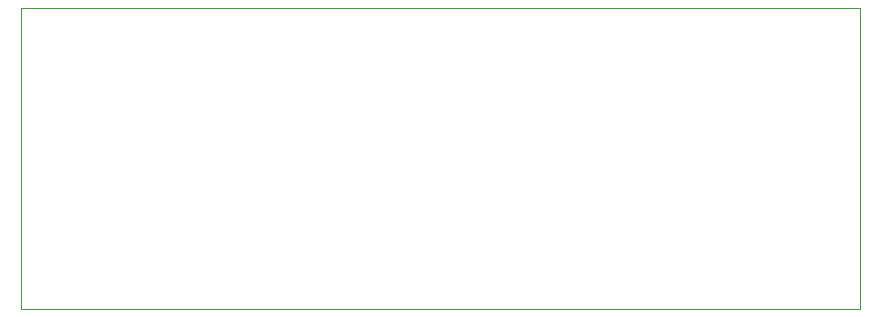
<source format=gbr>
%TF.GenerationSoftware,KiCad,Pcbnew,8.0.4*%
%TF.CreationDate,2024-11-07T22:09:53+00:00*%
%TF.ProjectId,BG95V4,42473935-5634-42e6-9b69-6361645f7063,rev?*%
%TF.SameCoordinates,Original*%
%TF.FileFunction,Profile,NP*%
%FSLAX46Y46*%
G04 Gerber Fmt 4.6, Leading zero omitted, Abs format (unit mm)*
G04 Created by KiCad (PCBNEW 8.0.4) date 2024-11-07 22:09:53*
%MOMM*%
%LPD*%
G01*
G04 APERTURE LIST*
%TA.AperFunction,Profile*%
%ADD10C,0.050000*%
%TD*%
G04 APERTURE END LIST*
D10*
X4000000Y22500000D02*
X4000000Y-3000000D01*
X75000000Y-3000000D02*
X4000000Y-3000000D01*
X75000000Y-3000000D02*
X75000000Y22500000D01*
X75000000Y22500000D02*
X4000000Y22500000D01*
M02*

</source>
